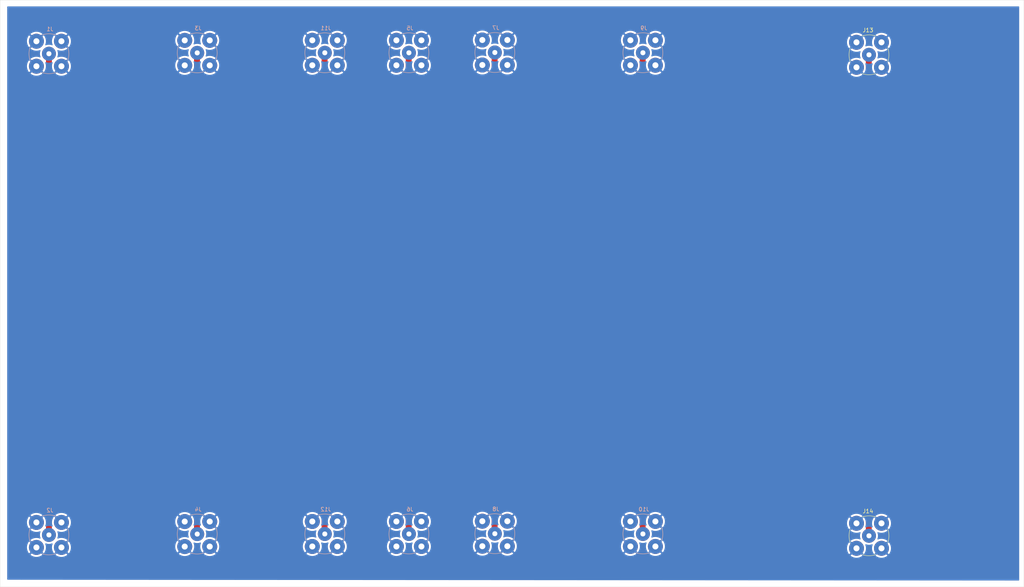
<source format=kicad_pcb>
(kicad_pcb (version 20240108) (generator "pcbnew") (generator_version "8.0")
  (layers (0 "F.Cu" signal) (31 "B.Cu" signal) (34 "B.Paste" user) (35 "F.Paste" user) (36 "B.SilkS" user "B.Silkscreen") (37 "F.SilkS" user "F.Silkscreen") (38 "B.Mask" user) (39 "F.Mask" user) (44 "Edge.Cuts" user))
  (net 0 "")
  (net 1 "/50ohm")
  (net 2 "GND")
  (net 3 "/90Bend_1")
  (net 4 "/Induct_Notch")
  (net 5 "/Cap_bulge")
  (net 6 "/1G_BPF")
  (net 7 "/90Bend_2")
  (net 8 "/User_Area")
  (footprint "Connector_Coaxial:BNC_TEConnectivity_1478204_Vertical" (layer "F.Cu") (at 240.055 151.04)
    (property "Reference" "J14" (at -0.25 -6.25 0) (layer "F.SilkS"))
    (property "Value" "Conn_Coaxial")
    (fp_arc (start -4.75 1.75) (mid -5.062075 0.019867) (end -4.763589 -1.712663) (stroke (width 0.12)) (layer "F.SilkS"))
    (fp_arc (start -1.75 -4.75) (mid -0.019867 -5.062075) (end 1.712663 -4.763589) (stroke (width 0.12)) (layer "F.SilkS"))
    (fp_arc (start 1.75 4.75) (mid 0.019867 5.062075) (end -1.712663 4.763589) (stroke (width 0.12)) (layer "F.SilkS"))
    (fp_arc (start 4.75 -1.75) (mid 5.062075 -0.019867) (end 4.763589 1.712663) (stroke (width 0.12)) (layer "F.SilkS"))
    (pad "1" thru_hole circle (at 0 0) (size 3.556 3.556) (drill 1.27) (layers "*.Cu" "*.Mask") (net 8 "/User_Area"))
    (pad "2" thru_hole circle (at -3.175 -3.175) (size 3.81 3.81) (drill 1.524) (layers "*.Cu" "*.Mask") (net 2 "GND"))
    (pad "2" thru_hole circle (at -3.175 3.175) (size 3.81 3.81) (drill 1.524) (layers "*.Cu" "*.Mask") (net 2 "GND"))
    (pad "2" thru_hole circle (at 3.175 -3.175) (size 3.81 3.81) (drill 1.524) (layers "*.Cu" "*.Mask") (net 2 "GND"))
    (pad "2" thru_hole circle (at 3.175 3.175) (size 3.81 3.81) (drill 1.524) (layers "*.Cu" "*.Mask") (net 2 "GND"))
  )
  (footprint "Connector_Coaxial:BNC_TEConnectivity_1478204_Vertical" (layer "F.Cu") (at 240.055 28.895)
    (property "Reference" "J13" (at -0.25 -6.25 0) (layer "F.SilkS"))
    (property "Value" "Conn_Coaxial")
    (fp_arc (start -4.75 1.75) (mid -5.062075 0.019867) (end -4.763589 -1.712663) (stroke (width 0.12)) (layer "F.SilkS"))
    (fp_arc (start -1.75 -4.75) (mid -0.019867 -5.062075) (end 1.712663 -4.763589) (stroke (width 0.12)) (layer "F.SilkS"))
    (fp_arc (start 1.75 4.75) (mid 0.019867 5.062075) (end -1.712663 4.763589) (stroke (width 0.12)) (layer "F.SilkS"))
    (fp_arc (start 4.75 -1.75) (mid 5.062075 -0.019867) (end 4.763589 1.712663) (stroke (width 0.12)) (layer "F.SilkS"))
    (pad "1" thru_hole circle (at 0 0) (size 3.556 3.556) (drill 1.27) (layers "*.Cu" "*.Mask") (net 8 "/User_Area"))
    (pad "2" thru_hole circle (at -3.175 -3.175) (size 3.81 3.81) (drill 1.524) (layers "*.Cu" "*.Mask") (net 2 "GND"))
    (pad "2" thru_hole circle (at -3.175 3.175) (size 3.81 3.81) (drill 1.524) (layers "*.Cu" "*.Mask") (net 2 "GND"))
    (pad "2" thru_hole circle (at 3.175 -3.175) (size 3.81 3.81) (drill 1.524) (layers "*.Cu" "*.Mask") (net 2 "GND"))
    (pad "2" thru_hole circle (at 3.175 3.175) (size 3.81 3.81) (drill 1.524) (layers "*.Cu" "*.Mask") (net 2 "GND"))
  )
  (footprint "Connector_Coaxial:BNC_TEConnectivity_1478204_Vertical" (layer "B.Cu") (at 182.64 28.37 180)
    (property "Reference" "J9" (at -0.25 6.25 0) (layer "B.SilkS") (effects (justify mirror)))
    (property "Value" "Conn_Coaxial")
    (fp_arc (start 4.763589 -1.712663) (mid 5.062075 0.019867) (end 4.75 1.75) (stroke (width 0.12)) (layer "B.SilkS"))
    (fp_arc (start 1.712663 4.763589) (mid -0.019867 5.062075) (end -1.75 4.75) (stroke (width 0.12)) (layer "B.SilkS"))
    (fp_arc (start -1.712663 -4.763589) (mid 0.019867 -5.062075) (end 1.75 -4.75) (stroke (width 0.12)) (layer "B.SilkS"))
    (fp_arc (start -4.763589 1.712663) (mid -5.062075 -0.019867) (end -4.75 -1.75) (stroke (width 0.12)) (layer "B.SilkS"))
    (pad "1" thru_hole circle (at 0 0 180) (size 3.556 3.556) (drill 1.27) (layers "*.Cu" "*.Mask") (net 6 "/1G_BPF"))
    (pad "2" thru_hole circle (at -3.175 -3.175 180) (size 3.81 3.81) (drill 1.524) (layers "*.Cu" "*.Mask") (net 2 "GND"))
    (pad "2" thru_hole circle (at -3.175 3.175 180) (size 3.81 3.81) (drill 1.524) (layers "*.Cu" "*.Mask") (net 2 "GND"))
    (pad "2" thru_hole circle (at 3.175 -3.175 180) (size 3.81 3.81) (drill 1.524) (layers "*.Cu" "*.Mask") (net 2 "GND"))
    (pad "2" thru_hole circle (at 3.175 3.175 180) (size 3.81 3.81) (drill 1.524) (layers "*.Cu" "*.Mask") (net 2 "GND"))
  )
  (footprint "Connector_Coaxial:BNC_TEConnectivity_1478204_Vertical" (layer "B.Cu") (at 101.86 150.58 180)
    (property "Reference" "J12" (at -0.25 6.25 0) (layer "B.SilkS") (effects (justify mirror)))
    (property "Value" "Conn_Coaxial")
    (fp_arc (start 4.763589 -1.712663) (mid 5.062075 0.019867) (end 4.75 1.75) (stroke (width 0.12)) (layer "B.SilkS"))
    (fp_arc (start 1.712663 4.763589) (mid -0.019867 5.062075) (end -1.75 4.75) (stroke (width 0.12)) (layer "B.SilkS"))
    (fp_arc (start -1.712663 -4.763589) (mid 0.019867 -5.062075) (end 1.75 -4.75) (stroke (width 0.12)) (layer "B.SilkS"))
    (fp_arc (start -4.763589 1.712663) (mid -5.062075 -0.019867) (end -4.75 -1.75) (stroke (width 0.12)) (layer "B.SilkS"))
    (pad "1" thru_hole circle (at 0 0 180) (size 3.556 3.556) (drill 1.27) (layers "*.Cu" "*.Mask") (net 7 "/90Bend_2"))
    (pad "2" thru_hole circle (at -3.175 -3.175 180) (size 3.81 3.81) (drill 1.524) (layers "*.Cu" "*.Mask") (net 2 "GND"))
    (pad "2" thru_hole circle (at -3.175 3.175 180) (size 3.81 3.81) (drill 1.524) (layers "*.Cu" "*.Mask") (net 2 "GND"))
    (pad "2" thru_hole circle (at 3.175 -3.175 180) (size 3.81 3.81) (drill 1.524) (layers "*.Cu" "*.Mask") (net 2 "GND"))
    (pad "2" thru_hole circle (at 3.175 3.175 180) (size 3.81 3.81) (drill 1.524) (layers "*.Cu" "*.Mask") (net 2 "GND"))
  )
  (footprint "Connector_Coaxial:BNC_TEConnectivity_1478204_Vertical" (layer "B.Cu") (at 145.04 150.51 180)
    (property "Reference" "J8" (at -0.25 6.25 0) (layer "B.SilkS") (effects (justify mirror)))
    (property "Value" "Conn_Coaxial")
    (fp_arc (start 4.763589 -1.712663) (mid 5.062075 0.019867) (end 4.75 1.75) (stroke (width 0.12)) (layer "B.SilkS"))
    (fp_arc (start 1.712663 4.763589) (mid -0.019867 5.062075) (end -1.75 4.75) (stroke (width 0.12)) (layer "B.SilkS"))
    (fp_arc (start -1.712663 -4.763589) (mid 0.019867 -5.062075) (end 1.75 -4.75) (stroke (width 0.12)) (layer "B.SilkS"))
    (fp_arc (start -4.763589 1.712663) (mid -5.062075 -0.019867) (end -4.75 -1.75) (stroke (width 0.12)) (layer "B.SilkS"))
    (pad "1" thru_hole circle (at 0 0 180) (size 3.556 3.556) (drill 1.27) (layers "*.Cu" "*.Mask") (net 5 "/Cap_bulge"))
    (pad "2" thru_hole circle (at -3.175 -3.175 180) (size 3.81 3.81) (drill 1.524) (layers "*.Cu" "*.Mask") (net 2 "GND"))
    (pad "2" thru_hole circle (at -3.175 3.175 180) (size 3.81 3.81) (drill 1.524) (layers "*.Cu" "*.Mask") (net 2 "GND"))
    (pad "2" thru_hole circle (at 3.175 -3.175 180) (size 3.81 3.81) (drill 1.524) (layers "*.Cu" "*.Mask") (net 2 "GND"))
    (pad "2" thru_hole circle (at 3.175 3.175 180) (size 3.81 3.81) (drill 1.524) (layers "*.Cu" "*.Mask") (net 2 "GND"))
  )
  (footprint "Connector_Coaxial:BNC_TEConnectivity_1478204_Vertical" (layer "B.Cu") (at 69.46 28.4 180)
    (property "Reference" "J3" (at -0.25 6.25 0) (layer "B.SilkS") (effects (justify mirror)))
    (property "Value" "Conn_Coaxial")
    (fp_arc (start 4.763589 -1.712663) (mid 5.062075 0.019867) (end 4.75 1.75) (stroke (width 0.12)) (layer "B.SilkS"))
    (fp_arc (start 1.712663 4.763589) (mid -0.019867 5.062075) (end -1.75 4.75) (stroke (width 0.12)) (layer "B.SilkS"))
    (fp_arc (start -1.712663 -4.763589) (mid 0.019867 -5.062075) (end 1.75 -4.75) (stroke (width 0.12)) (layer "B.SilkS"))
    (fp_arc (start -4.763589 1.712663) (mid -5.062075 -0.019867) (end -4.75 -1.75) (stroke (width 0.12)) (layer "B.SilkS"))
    (pad "1" thru_hole circle (at 0 0 180) (size 3.556 3.556) (drill 1.27) (layers "*.Cu" "*.Mask") (net 3 "/90Bend_1"))
    (pad "2" thru_hole circle (at -3.175 -3.175 180) (size 3.81 3.81) (drill 1.524) (layers "*.Cu" "*.Mask") (net 2 "GND"))
    (pad "2" thru_hole circle (at -3.175 3.175 180) (size 3.81 3.81) (drill 1.524) (layers "*.Cu" "*.Mask") (net 2 "GND"))
    (pad "2" thru_hole circle (at 3.175 -3.175 180) (size 3.81 3.81) (drill 1.524) (layers "*.Cu" "*.Mask") (net 2 "GND"))
    (pad "2" thru_hole circle (at 3.175 3.175 180) (size 3.81 3.81) (drill 1.524) (layers "*.Cu" "*.Mask") (net 2 "GND"))
  )
  (footprint "Connector_Coaxial:BNC_TEConnectivity_1478204_Vertical" (layer "B.Cu") (at 101.86 28.38 180)
    (property "Reference" "J11" (at -0.25 6.25 0) (layer "B.SilkS") (effects (justify mirror)))
    (property "Value" "Conn_Coaxial")
    (fp_arc (start 4.763589 -1.712663) (mid 5.062075 0.019867) (end 4.75 1.75) (stroke (width 0.12)) (layer "B.SilkS"))
    (fp_arc (start 1.712663 4.763589) (mid -0.019867 5.062075) (end -1.75 4.75) (stroke (width 0.12)) (layer "B.SilkS"))
    (fp_arc (start -1.712663 -4.763589) (mid 0.019867 -5.062075) (end 1.75 -4.75) (stroke (width 0.12)) (layer "B.SilkS"))
    (fp_arc (start -4.763589 1.712663) (mid -5.062075 -0.019867) (end -4.75 -1.75) (stroke (width 0.12)) (layer "B.SilkS"))
    (pad "1" thru_hole circle (at 0 0 180) (size 3.556 3.556) (drill 1.27) (layers "*.Cu" "*.Mask") (net 7 "/90Bend_2"))
    (pad "2" thru_hole circle (at -3.175 -3.175 180) (size 3.81 3.81) (drill 1.524) (layers "*.Cu" "*.Mask") (net 2 "GND"))
    (pad "2" thru_hole circle (at -3.175 3.175 180) (size 3.81 3.81) (drill 1.524) (layers "*.Cu" "*.Mask") (net 2 "GND"))
    (pad "2" thru_hole circle (at 3.175 -3.175 180) (size 3.81 3.81) (drill 1.524) (layers "*.Cu" "*.Mask") (net 2 "GND"))
    (pad "2" thru_hole circle (at 3.175 3.175 180) (size 3.81 3.81) (drill 1.524) (layers "*.Cu" "*.Mask") (net 2 "GND"))
  )
  (footprint "Connector_Coaxial:BNC_TEConnectivity_1478204_Vertical" (layer "B.Cu") (at 69.46 150.6 180)
    (property "Reference" "J4" (at -0.25 6.25 0) (layer "B.SilkS") (effects (justify mirror)))
    (property "Value" "Conn_Coaxial")
    (fp_arc (start 4.763589 -1.712663) (mid 5.062075 0.019867) (end 4.75 1.75) (stroke (width 0.12)) (layer "B.SilkS"))
    (fp_arc (start 1.712663 4.763589) (mid -0.019867 5.062075) (end -1.75 4.75) (stroke (width 0.12)) (layer "B.SilkS"))
    (fp_arc (start -1.712663 -4.763589) (mid 0.019867 -5.062075) (end 1.75 -4.75) (stroke (width 0.12)) (layer "B.SilkS"))
    (fp_arc (start -4.763589 1.712663) (mid -5.062075 -0.019867) (end -4.75 -1.75) (stroke (width 0.12)) (layer "B.SilkS"))
    (pad "1" thru_hole circle (at 0 0 180) (size 3.556 3.556) (drill 1.27) (layers "*.Cu" "*.Mask") (net 3 "/90Bend_1"))
    (pad "2" thru_hole circle (at -3.175 -3.175 180) (size 3.81 3.81) (drill 1.524) (layers "*.Cu" "*.Mask") (net 2 "GND"))
    (pad "2" thru_hole circle (at -3.175 3.175 180) (size 3.81 3.81) (drill 1.524) (layers "*.Cu" "*.Mask") (net 2 "GND"))
    (pad "2" thru_hole circle (at 3.175 -3.175 180) (size 3.81 3.81) (drill 1.524) (layers "*.Cu" "*.Mask") (net 2 "GND"))
    (pad "2" thru_hole circle (at 3.175 3.175 180) (size 3.81 3.81) (drill 1.524) (layers "*.Cu" "*.Mask") (net 2 "GND"))
  )
  (footprint "Connector_Coaxial:BNC_TEConnectivity_1478204_Vertical" (layer "B.Cu") (at 145.04 28.31 180)
    (property "Reference" "J7" (at -0.25 6.25 0) (layer "B.SilkS") (effects (justify mirror)))
    (property "Value" "Conn_Coaxial")
    (fp_arc (start 4.763589 -1.712663) (mid 5.062075 0.019867) (end 4.75 1.75) (stroke (width 0.12)) (layer "B.SilkS"))
    (fp_arc (start 1.712663 4.763589) (mid -0.019867 5.062075) (end -1.75 4.75) (stroke (width 0.12)) (layer "B.SilkS"))
    (fp_arc (start -1.712663 -4.763589) (mid 0.019867 -5.062075) (end 1.75 -4.75) (stroke (width 0.12)) (layer "B.SilkS"))
    (fp_arc (start -4.763589 1.712663) (mid -5.062075 -0.019867) (end -4.75 -1.75) (stroke (width 0.12)) (layer "B.SilkS"))
    (pad "1" thru_hole circle (at 0 0 180) (size 3.556 3.556) (drill 1.27) (layers "*.Cu" "*.Mask") (net 5 "/Cap_bulge"))
    (pad "2" thru_hole circle (at -3.175 -3.175 180) (size 3.81 3.81) (drill 1.524) (layers "*.Cu" "*.Mask") (net 2 "GND"))
    (pad "2" thru_hole circle (at -3.175 3.175 180) (size 3.81 3.81) (drill 1.524) (layers "*.Cu" "*.Mask") (net 2 "GND"))
    (pad "2" thru_hole circle (at 3.175 -3.175 180) (size 3.81 3.81) (drill 1.524) (layers "*.Cu" "*.Mask") (net 2 "GND"))
    (pad "2" thru_hole circle (at 3.175 3.175 180) (size 3.81 3.81) (drill 1.524) (layers "*.Cu" "*.Mask") (net 2 "GND"))
  )
  (footprint "Connector_Coaxial:BNC_TEConnectivity_1478204_Vertical" (layer "B.Cu") (at 123.22 28.38 180)
    (property "Reference" "J5" (at -0.25 6.25 0) (layer "B.SilkS") (effects (justify mirror)))
    (property "Value" "Conn_Coaxial")
    (fp_arc (start 4.763589 -1.712663) (mid 5.062075 0.019867) (end 4.75 1.75) (stroke (width 0.12)) (layer "B.SilkS"))
    (fp_arc (start 1.712663 4.763589) (mid -0.019867 5.062075) (end -1.75 4.75) (stroke (width 0.12)) (layer "B.SilkS"))
    (fp_arc (start -1.712663 -4.763589) (mid 0.019867 -5.062075) (end 1.75 -4.75) (stroke (width 0.12)) (layer "B.SilkS"))
    (fp_arc (start -4.763589 1.712663) (mid -5.062075 -0.019867) (end -4.75 -1.75) (stroke (width 0.12)) (layer "B.SilkS"))
    (pad "1" thru_hole circle (at 0 0 180) (size 3.556 3.556) (drill 1.27) (layers "*.Cu" "*.Mask") (net 4 "/Induct_Notch"))
    (pad "2" thru_hole circle (at -3.175 -3.175 180) (size 3.81 3.81) (drill 1.524) (layers "*.Cu" "*.Mask") (net 2 "GND"))
    (pad "2" thru_hole circle (at -3.175 3.175 180) (size 3.81 3.81) (drill 1.524) (layers "*.Cu" "*.Mask") (net 2 "GND"))
    (pad "2" thru_hole circle (at 3.175 -3.175 180) (size 3.81 3.81) (drill 1.524) (layers "*.Cu" "*.Mask") (net 2 "GND"))
    (pad "2" thru_hole circle (at 3.175 3.175 180) (size 3.81 3.81) (drill 1.524) (layers "*.Cu" "*.Mask") (net 2 "GND"))
  )
  (footprint "Connector_Coaxial:BNC_TEConnectivity_1478204_Vertical" (layer "B.Cu") (at 31.8 150.82 180)
    (property "Reference" "J2" (at -0.25 6.25 0) (layer "B.SilkS") (effects (justify mirror)))
    (property "Value" "Conn_Coaxial")
    (fp_arc (start 4.763589 -1.712663) (mid 5.062075 0.019867) (end 4.75 1.75) (stroke (width 0.12)) (layer "B.SilkS"))
    (fp_arc (start 1.712663 4.763589) (mid -0.019867 5.062075) (end -1.75 4.75) (stroke (width 0.12)) (layer "B.SilkS"))
    (fp_arc (start -1.712663 -4.763589) (mid 0.019867 -5.062075) (end 1.75 -4.75) (stroke (width 0.12)) (layer "B.SilkS"))
    (fp_arc (start -4.763589 1.712663) (mid -5.062075 -0.019867) (end -4.75 -1.75) (stroke (width 0.12)) (layer "B.SilkS"))
    (pad "1" thru_hole circle (at 0 0 180) (size 3.556 3.556) (drill 1.27) (layers "*.Cu" "*.Mask") (net 1 "/50ohm"))
    (pad "2" thru_hole circle (at -3.175 -3.175 180) (size 3.81 3.81) (drill 1.524) (layers "*.Cu" "*.Mask") (net 2 "GND"))
    (pad "2" thru_hole circle (at -3.175 3.175 180) (size 3.81 3.81) (drill 1.524) (layers "*.Cu" "*.Mask") (net 2 "GND"))
    (pad "2" thru_hole circle (at 3.175 -3.175 180) (size 3.81 3.81) (drill 1.524) (layers "*.Cu" "*.Mask") (net 2 "GND"))
    (pad "2" thru_hole circle (at 3.175 3.175 180) (size 3.81 3.81) (drill 1.524) (layers "*.Cu" "*.Mask") (net 2 "GND"))
  )
  (footprint "Connector_Coaxial:BNC_TEConnectivity_1478204_Vertical" (layer "B.Cu") (at 182.64 150.57 180)
    (property "Reference" "J10" (at -0.25 6.25 0) (layer "B.SilkS") (effects (justify mirror)))
    (property "Value" "Conn_Coaxial")
    (fp_arc (start 4.763589 -1.712663) (mid 5.062075 0.019867) (end 4.75 1.75) (stroke (width 0.12)) (layer "B.SilkS"))
    (fp_arc (start 1.712663 4.763589) (mid -0.019867 5.062075) (end -1.75 4.75) (stroke (width 0.12)) (layer "B.SilkS"))
    (fp_arc (start -1.712663 -4.763589) (mid 0.019867 -5.062075) (end 1.75 -4.75) (stroke (width 0.12)) (layer "B.SilkS"))
    (fp_arc (start -4.763589 1.712663) (mid -5.062075 -0.019867) (end -4.75 -1.75) (stroke (width 0.12)) (layer "B.SilkS"))
    (pad "1" thru_hole circle (at 0 0 180) (size 3.556 3.556) (drill 1.27) (layers "*.Cu" "*.Mask") (net 6 "/1G_BPF"))
    (pad "2" thru_hole circle (at -3.175 -3.175 180) (size 3.81 3.81) (drill 1.524) (layers "*.Cu" "*.Mask") (net 2 "GND"))
    (pad "2" thru_hole circle (at -3.175 3.175 180) (size 3.81 3.81) (drill 1.524) (layers "*.Cu" "*.Mask") (net 2 "GND"))
    (pad "2" thru_hole circle (at 3.175 -3.175 180) (size 3.81 3.81) (drill 1.524) (layers "*.Cu" "*.Mask") (net 2 "GND"))
    (pad "2" thru_hole circle (at 3.175 3.175 180) (size 3.81 3.81) (drill 1.524) (layers "*.Cu" "*.Mask") (net 2 "GND"))
  )
  (footprint "Connector_Coaxial:BNC_TEConnectivity_1478204_Vertical" (layer "B.Cu") (at 123.22 150.58 180)
    (property "Reference" "J6" (at -0.25 6.25 0) (layer "B.SilkS") (effects (justify mirror)))
    (property "Value" "Conn_Coaxial")
    (fp_arc (start 4.763589 -1.712663) (mid 5.062075 0.019867) (end 4.75 1.75) (stroke (width 0.12)) (layer "B.SilkS"))
    (fp_arc (start 1.712663 4.763589) (mid -0.019867 5.062075) (end -1.75 4.75) (stroke (width 0.12)) (layer "B.SilkS"))
    (fp_arc (start -1.712663 -4.763589) (mid 0.019867 -5.062075) (end 1.75 -4.75) (stroke (width 0.12)) (layer "B.SilkS"))
    (fp_arc (start -4.763589 1.712663) (mid -5.062075 -0.019867) (end -4.75 -1.75) (stroke (width 0.12)) (layer "B.SilkS"))
    (pad "1" thru_hole circle (at 0 0 180) (size 3.556 3.556) (drill 1.27) (layers "*.Cu" "*.Mask") (net 4 "/Induct_Notch"))
    (pad "2" thru_hole circle (at -3.175 -3.175 180) (size 3.81 3.81) (drill 1.524) (layers "*.Cu" "*.Mask") (net 2 "GND"))
    (pad "2" thru_hole circle (at -3.175 3.175 180) (size 3.81 3.81) (drill 1.524) (layers "*.Cu" "*.Mask") (net 2 "GND"))
    (pad "2" thru_hole circle (at 3.175 -3.175 180) (size 3.81 3.81) (drill 1.524) (layers "*.Cu" "*.Mask") (net 2 "GND"))
    (pad "2" thru_hole circle (at 3.175 3.175 180) (size 3.81 3.81) (drill 1.524) (layers "*.Cu" "*.Mask") (net 2 "GND"))
  )
  (footprint "Connector_Coaxial:BNC_TEConnectivity_1478204_Vertical" (layer "B.Cu") (at 31.8 28.62 180)
    (property "Reference" "J1" (at -0.25 6.25 0) (layer "B.SilkS") (effects (justify mirror)))
    (property "Value" "Conn_Coaxial")
    (fp_arc (start 4.763589 -1.712663) (mid 5.062075 0.019867) (end 4.75 1.75) (stroke (width 0.12)) (layer "B.SilkS"))
    (fp_arc (start 1.712663 4.763589) (mid -0.019867 5.062075) (end -1.75 4.75) (stroke (width 0.12)) (layer "B.SilkS"))
    (fp_arc (start -1.712663 -4.763589) (mid 0.019867 -5.062075) (end 1.75 -4.75) (stroke (width 0.12)) (layer "B.SilkS"))
    (fp_arc (start -4.763589 1.712663) (mid -5.062075 -0.019867) (end -4.75 -1.75) (stroke (width 0.12)) (layer "B.SilkS"))
    (pad "1" thru_hole circle (at 0 0 180) (size 3.556 3.556) (drill 1.27) (layers "*.Cu" "*.Mask") (net 1 "/50ohm"))
    (pad "2" thru_hole circle (at -3.175 -3.175 180) (size 3.81 3.81) (drill 1.524) (layers "*.Cu" "*.Mask") (net 2 "GND"))
    (pad "2" thru_hole circle (at -3.175 3.175 180) (size 3.81 3.81) (drill 1.524) (layers "*.Cu" "*.Mask") (net 2 "GND"))
    (pad "2" thru_hole circle (at 3.175 -3.175 180) (size 3.81 3.81) (drill 1.524) (layers "*.Cu" "*.Mask") (net 2 "GND"))
    (pad "2" thru_hole circle (at 3.175 3.175 180) (size 3.81 3.81) (drill 1.524) (layers "*.Cu" "*.Mask") (net 2 "GND"))
  )
  (gr_poly (pts (xy 51.64 108.89) (xy 49.27 108.89) (xy 45.97 105.58) (xy 45.97 102.62) (xy 48.49 102.62) (xy 48.49 106.47) (xy 48.06 106.19) (xy 48.06 106.39) (xy 51.64 106.39)) (stroke (width 0.2)) (fill solid) (layer "F.Cu") (net 3))
  (gr_poly (pts (xy 70.65 55.63) (xy 70.65 58) (xy 67.34 61.3) (xy 64.38 61.29) (xy 64.38 58.78) (xy 68.23 58.78) (xy 67.95 59.21) (xy 68.15 59.21) (xy 68.15 55.63)) (stroke (width 0.2)) (fill solid) (layer "F.Cu") (net 3))
  (gr_poly (pts (xy 52 58.81) (xy 64.53 58.78) (xy 64.54 61.28) (xy 52.02 61.32)) (stroke (width 0.2)) (fill solid) (layer "F.Cu") (net 3))
  (gr_poly (pts (xy 68.13 112.63) (xy 68.13 144.58) (xy 70.7 144.63) (xy 70.65 112.62)) (stroke (width 0.2)) (fill solid) (layer "F.Cu") (net 3))
  (gr_poly (pts (xy 160 50) (xy 195 50) (xy 195 125) (xy 160 125)) (stroke (width 0.2)) (fill solid) (layer "F.Cu") (net 6))
  (gr_poly (pts (xy 45.99 64.47) (xy 48.49 64.47) (xy 48.49 102.62) (xy 45.97 102.62)) (stroke (width 0.2)) (fill solid) (layer "F.Cu") (net 3))
  (gr_poly (pts (xy 51.64 106.39) (xy 64.98 106.36) (xy 64.98 108.86) (xy 51.64 108.89)) (stroke (width 0.2)) (fill solid) (layer "F.Cu") (net 3))
  (gr_poly (pts (xy 45.99 64.47) (xy 45.99 62.1) (xy 49.3 58.8) (xy 52.26 58.8) (xy 52.26 61.32) (xy 48.41 61.32) (xy 48.69 60.89) (xy 48.49 60.89) (xy 48.49 64.47)) (stroke (width 0.2)) (fill solid) (layer "F.Cu") (net 3))
  (gr_poly (pts (xy 64.98 106.36) (xy 67.35 106.36) (xy 70.65 109.67) (xy 70.65 112.62) (xy 68.13 112.63) (xy 68.13 108.78) (xy 68.56 109.06) (xy 68.56 108.86) (xy 64.98 108.86)) (stroke (width 0.2)) (fill solid) (layer "F.Cu") (net 3))
  (gr_poly (pts (xy 123.18 75.33) (xy 124.34 75.33) (xy 124.33 98.31) (xy 123.18 98.3)) (stroke (width 0.2)) (fill solid) (layer "F.Cu") (net 4))
  (gr_rect (start 19.4 15) (end 279.4 164) (stroke (width 0.05)) (fill none) (layer "Edge.Cuts"))
  (segment (start 31.8 28.62) (end 31.8 35.4) (width 1.5) (layer "F.Cu") (net 1))
  (segment (start 31.8 145.02) (end 31.8 151) (width 1.5) (layer "F.Cu") (net 1))
  (segment (start 31.8 35.4) (end 31.8 145.02) (width 2.71) (layer "F.Cu") (net 1))
  (segment (start 69.4 128.64) (end 69.4 150.78) (width 1.5) (layer "F.Cu") (net 3))
  (segment (start 69.4 56) (end 69.4 36.11) (width 2.71) (layer "F.Cu") (net 3))
  (segment (start 69.4 28.4) (end 69.4 36.11) (width 1.5) (layer "F.Cu") (net 3))
  (segment (start 69.415 128.625) (end 69.4 128.64) (width 1.5) (layer "F.Cu") (net 3))
  (segment (start 123.07 98.2) (end 123.08 98.21) (width 2.71) (layer "F.Cu") (net 4))
  (segment (start 123.16 28.2) (end 123.16 34.98) (width 1.5) (layer "F.Cu") (net 4))
  (segment (start 123.08 98.21) (end 123.08 144.23) (width 2.71) (layer "F.Cu") (net 4))
  (segment (start 123.16 144.6) (end 123.16 150.58) (width 1.5) (layer "F.Cu") (net 4))
  (segment (start 123.16 34.98) (end 123.17 34.99) (width 2.71) (layer "F.Cu") (net 4))
  (segment (start 123.17 34.99) (end 123.17 75.36) (width 2.71) (layer "F.Cu") (net 4))
  (segment (start 144.98 34.91) (end 144.98 144.53) (width 2.71) (layer "F.Cu") (net 5))
  (segment (start 144.98 144.53) (end 144.98 150.51) (width 1.5) (layer "F.Cu") (net 5))
  (segment (start 144.98 28.13) (end 144.98 34.91) (width 1.5) (layer "F.Cu") (net 5))
  (segment (start 182.58 144.79) (end 182.58 150.77) (width 1.5) (layer "F.Cu") (net 6))
  (segment (start 182.58 28.39) (end 182.58 35.17) (width 1.5) (layer "F.Cu") (net 6))
  (segment (start 182.58 35.17) (end 182.58 144.79) (width 2.71) (layer "F.Cu") (net 6))
  (segment (start 101.8 143.4) (end 101.8 107.4) (width 2.71) (layer "F.Cu") (net 7))
  (segment (start 101.8 28.4) (end 101.8 35.18) (width 1.5) (layer "F.Cu") (net 7))
  (segment (start 79.8 60.2) (end 102 60.2) (width 2.71) (layer "F.Cu") (net 7))
  (segment (start 101.8 107.4) (end 79.8 107.4) (width 2.71) (layer "F.Cu") (net 7))
  (segment (start 79.8 107.4) (end 79.8 60.2) (width 2.71) (layer "F.Cu") (net 7))
  (segment (start 102 60.2) (end 102 36.6) (width 2.71) (layer "F.Cu") (net 7))
  (segment (start 101.8 143.4) (end 101.8 150.78) (width 1.5) (layer "F.Cu") (net 7))
  (segment (start 240 35.38) (end 240 145) (width 2.71) (layer "F.Cu") (net 8))
  (segment (start 240 28.6) (end 240 35.38) (width 1.5) (layer "F.Cu") (net 8))
  (segment (start 240 145) (end 240 150.98) (width 1.5) (layer "F.Cu") (net 8))
  (zone (net 5) (net_name "/Cap_bulge") (layer "F.Cu") (priority 1) (connect_pads (clearance 0.5)) (min_thickness 0.25) (fill yes (thermal_gap 0.5) (thermal_bridge_width 0.5))
    (polygon (pts (xy 139.18 79.11) (xy 150.58 79.11) (xy 150.58 94.51) (xy 139.18 94.51)))
  )
  (zone (net 2) (net_name "GND") (layer "B.Cu") (connect_pads (clearance 0.5)) (min_thickness 0.25) (fill yes (thermal_gap 0.5) (thermal_bridge_width 0.5))
    (polygon (pts (xy 21.2 16.6) (xy 278.2 16.6) (xy 278.2 162.4) (xy 21.2 162.2)))
  )
)
</source>
